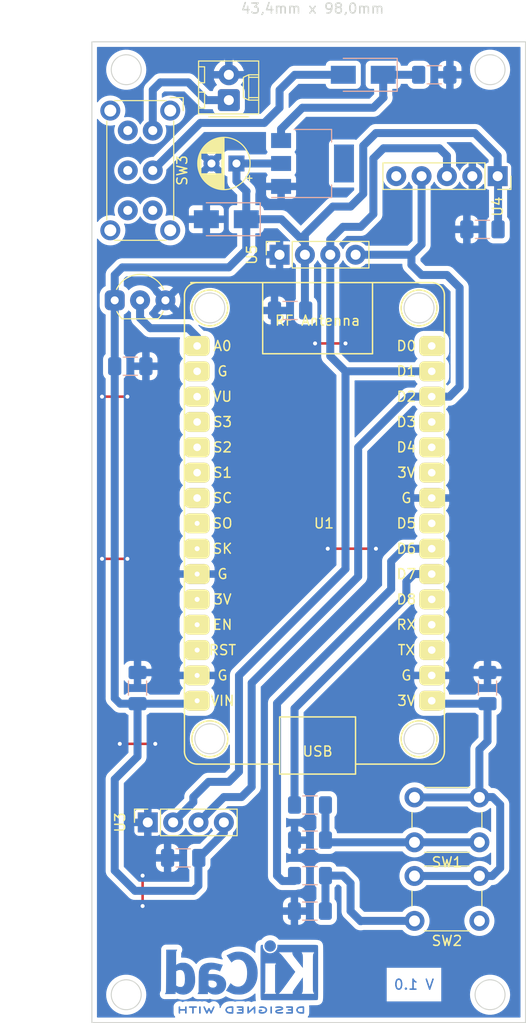
<source format=kicad_pcb>
(kicad_pcb (version 20211014) (generator pcbnew)
  (title_block (title "Sensor Integral para el cuidado de plantas") (date "2022-05-31") (company "Universidad Tecnológica Nacional - Facultad Regional Córdoba") (comment 1 "Manolucos, Enzo Nicolas - Legajo N° 74.868") (comment 2 "Grismeyer, Juan Pablo - Legajo N° 68.703") (comment 3 "Integrantes:") (comment 4 "Cátedra de Proyecto Final "))
  (layers (0 "F.Cu" signal) (31 "B.Cu" signal) (34 "B.Paste" user) (35 "F.Paste" user) (36 "B.SilkS" user "B.Silkscreen") (37 "F.SilkS" user "F.Silkscreen") (38 "B.Mask" user) (39 "F.Mask" user) (44 "Edge.Cuts" user))
  (net 0 "")
  (net 1 "Net-(BT1-Pad1)")
  (net 2 "GND")
  (net 3 "+5V")
  (net 4 "Net-(C5-Pad1)")
  (net 5 "+3V3")
  (net 6 "Net-(D1-Pad2)")
  (net 7 "/IN1")
  (net 8 "Net-(R1-Pad2)")
  (net 9 "/IN2")
  (net 10 "Net-(R2-Pad2)")
  (net 11 "/ADC")
  (net 30 "/SDA")
  (net 31 "/SCL")
  (footprint "Capacitor_THT:CP_Radial_D5.0mm_P2.50mm" (layer "F.Cu") (at 102.616 62.23 180)
    (fp_text reference "C6" hide)
    (fp_text value "10u" hide)
  )
  (footprint "Package_TO_SOT_THT:TO-92_Inline_Wide" (layer "F.Cu") (at 90.424 75.946)
    (fp_text reference "U2" hide)
    (fp_text value "LM35-LP" hide)
  )
  (footprint "Connector_PinSocket_2.54mm:PinSocket_1x04_P2.54mm_Vertical" (layer "F.Cu") (at 93.736 128.27 90)
    (fp_text reference "U3")
    (fp_text value "SHT20")
  )
  (footprint "ESP8266:ESP12F-Devkit-V3" (layer "F.Cu") (at 110.744 99.568)
    (fp_text reference "U1")
    (fp_text value "NodeMCU ESP8266")
  )
  (footprint "Button_Switch_THT:SW_PUSH_6mm_H5mm" (layer "F.Cu") (at 126.948 138.14 180)
    (fp_text reference "SW2")
    (fp_text value "SW_Push")
  )
  (footprint "Button_Switch_THT:SW_PUSH_6mm_H5mm" (layer "F.Cu") (at 126.948 130.266 180)
    (fp_text reference "SW1")
    (fp_text value "SW_Push")
  )
  (footprint "Connector_PinSocket_2.54mm:PinSocket_1x04_P2.54mm_Vertical" (layer "F.Cu") (at 106.934 71.374 90)
    (fp_text reference "U5")
    (fp_text value "Display_OLED")
  )
  (footprint "Connector_PinSocket_2.54mm:PinSocket_1x05_P2.54mm_Vertical" (layer "F.Cu") (at 128.778 63.5 -90)
    (fp_text reference "U4")
    (fp_text value "BH1750")
  )
  (footprint "Connector_Molex:Molex_KK-254_AE-6410-02A_1x02_P2.54mm_Vertical" (layer "F.Cu") (at 101.854 55.88 90)
    (fp_text reference "BT1" hide)
    (fp_text value "Battery_Cell")
  )
  (footprint "Button_Switch_THT:SW_E-Switch_EG2219_DPDT_Angled" (layer "F.Cu") (at 94.234 58.928 -90)
    (fp_text reference "SW3")
    (fp_text value "SW_SPST")
  )
  (footprint "Diode_SMD:D_SMA" (layer "B.Cu") (at 115.316 53.34 180)
    (fp_text reference "D1" hide)
    (fp_text value "US1M" hide)
  )
  (footprint "Diode_SMD:D_SMA" (layer "B.Cu") (at 101.6 67.818 180)
    (fp_text reference "D2" hide)
    (fp_text value "US1M" hide)
  )
  (footprint "Resistor_SMD:R_1206_3216Metric_Pad1.30x1.75mm_HandSolder" (layer "B.Cu") (at 109.982 133.604)
    (fp_text reference "R2" hide)
    (fp_text value "220" hide)
  )
  (footprint "Resistor_SMD:R_1206_3216Metric_Pad1.30x1.75mm_HandSolder" (layer "B.Cu") (at 109.982 130.048 180)
    (fp_text reference "R3" hide)
    (fp_text value "10k" hide)
  )
  (footprint "Package_TO_SOT_SMD:SOT-223" (layer "B.Cu") (at 110.236 62.23)
    (fp_text reference "U6" hide)
    (fp_text value "AZ1117-5.0" hide)
  )
  (footprint "Resistor_SMD:R_1206_3216Metric_Pad1.30x1.75mm_HandSolder" (layer "B.Cu") (at 109.982 126.524)
    (fp_text reference "R1" hide)
    (fp_text value "220" hide)
  )
  (footprint "Capacitor_SMD:C_1206_3216Metric_Pad1.33x1.80mm_HandSolder" (layer "B.Cu") (at 127.254 68.834 180)
    (fp_text reference "C3" hide)
    (fp_text value "100n" hide)
  )
  (footprint "Capacitor_SMD:C_1206_3216Metric_Pad1.33x1.80mm_HandSolder" (layer "B.Cu") (at 107.9885 76.962 180)
    (fp_text reference "C8" hide)
    (fp_text value "100n" hide)
  )
  (footprint "Capacitor_SMD:C_1206_3216Metric_Pad1.33x1.80mm_HandSolder" (layer "B.Cu") (at 91.9865 82.55)
    (fp_text reference "C1" hide)
    (fp_text value "100n" hide)
  )
  (footprint "Capacitor_SMD:C_1206_3216Metric_Pad1.33x1.80mm_HandSolder" (layer "B.Cu") (at 92.71 114.808 90)
    (fp_text reference "C4" hide)
    (fp_text value "100n" hide)
  )
  (footprint "Symbol:KiCad-Logo2_6mm_Copper" (layer "B.Cu") (at 103.131487 143.068848 180)
    (fp_text reference "REF**" hide)
    (fp_text value "KiCad-Logo2_6mm_Copper" hide)
  )
  (footprint "Capacitor_SMD:C_1206_3216Metric_Pad1.33x1.80mm_HandSolder" (layer "B.Cu") (at 127.762 114.808 90)
    (fp_text reference "C7" hide)
    (fp_text value "100n" hide)
  )
  (footprint "Resistor_SMD:R_1206_3216Metric_Pad1.30x1.75mm_HandSolder" (layer "B.Cu") (at 109.972 137.16 180)
    (fp_text reference "R4" hide)
    (fp_text value "10k" hide)
  )
  (footprint "Capacitor_SMD:C_1206_3216Metric_Pad1.33x1.80mm_HandSolder" (layer "B.Cu") (at 122.428 53.34)
    (fp_text reference "C5" hide)
    (fp_text value "100n" hide)
  )
  (footprint "Capacitor_SMD:C_1206_3216Metric_Pad1.33x1.80mm_HandSolder" (layer "B.Cu") (at 97.282 131.826 180)
    (fp_text reference "C2" hide)
    (fp_text value "100n" hide)
  )
  (gr_circle (center 128.016 145.542) (end 129.516 145.542) (layer "Edge.Cuts") (width 0.1) (fill none))
  (gr_circle (center 99.95 76.708) (end 101.45 76.708) (layer "Edge.Cuts") (width 0.1) (fill none))
  (gr_circle (center 91.578176 52.832) (end 93.078176 52.832) (layer "Edge.Cuts") (width 0.1) (fill none))
  (gr_rect (start 88.138 50.038) (end 131.572 148.336) (layer "Edge.Cuts") (width 0.1) (fill none))
  (gr_circle (center 128.016 52.832) (end 129.516 52.832) (layer "Edge.Cuts") (width 0.1) (fill none))
  (gr_circle (center 120.904 76.708) (end 122.404 76.708) (layer "Edge.Cuts") (width 0.1) (fill none))
  (gr_circle (center 91.578176 145.542) (end 93.078176 145.542) (layer "Edge.Cuts") (width 0.1) (fill none))
  (gr_circle (center 120.904 119.888) (end 122.404 119.888) (layer "Edge.Cuts") (width 0.1) (fill none))
  (gr_circle (center 99.95 119.888) (end 101.45 119.888) (layer "Edge.Cuts") (width 0.1) (fill none))
  (gr_text "V 1.0" (at 120.396 144.526) (layer "B.Cu") (effects (font (size 1 1)) (justify mirror)))
  (gr_text "43,4mm x 98,0mm\n\n" (at 110.236 47.498) (layer "Edge.Cuts") (effects (font (size 1 1))))
  (segment (start 99.568 55.88) (end 101.854 55.88) (width 0.8) (layer "B.Cu") (net 1))
  (segment (start 94.234 54.864) (end 94.996 54.102) (width 0.8) (layer "B.Cu") (net 1))
  (segment (start 94.234 58.928) (end 94.234 54.864) (width 0.8) (layer "B.Cu") (net 1))
  (segment (start 97.79 54.102) (end 99.568 55.88) (width 0.8) (layer "B.Cu") (net 1))
  (segment (start 94.996 54.102) (end 97.79 54.102) (width 0.8) (layer "B.Cu") (net 1))
  (segment (start 91.694 101.854) (end 89.154 101.854) (width 0.25) (layer "F.Cu") (net 2))
  (segment (start 111.76 100.838) (end 116.586 100.838) (width 0.25) (layer "F.Cu") (net 2))
  (segment (start 110.49 80.264) (end 113.538 80.264) (width 0.25) (layer "F.Cu") (net 2))
  (segment (start 93.218 133.604) (end 93.218 136.652) (width 0.25) (layer "F.Cu") (net 2))
  (segment (start 91.694 85.598) (end 89.154 85.598) (width 0.25) (layer "F.Cu") (net 2))
  (segment (start 94.488 120.396) (end 90.932 120.396) (width 0.25) (layer "F.Cu") (net 2))
  (via (at 89.154 85.598) (size 0.8) (drill 0.4) (layers "F.Cu" "B.Cu") (net 2))
  (via (at 93.218 133.604) (size 0.8) (drill 0.4) (layers "F.Cu" "B.Cu") (net 2))
  (via (at 89.154 101.854) (size 0.8) (drill 0.4) (layers "F.Cu" "B.Cu") (net 2))
  (via (at 116.586 100.838) (size 0.8) (drill 0.4) (layers "F.Cu" "B.Cu") (net 2))
  (via (at 110.49 80.264) (size 0.8) (drill 0.4) (layers "F.Cu" "B.Cu") (net 2))
  (via (at 94.488 120.396) (size 0.8) (drill 0.4) (layers "F.Cu" "B.Cu") (net 2))
  (via (at 90.932 120.396) (size 0.8) (drill 0.4) (layers "F.Cu" "B.Cu") (net 2))
  (via (at 91.694 85.598) (size 0.8) (drill 0.4) (layers "F.Cu" "B.Cu") (net 2))
  (via (at 111.76 100.838) (size 0.8) (drill 0.4) (layers "F.Cu" "B.Cu") (net 2))
  (via (at 93.218 136.652) (size 0.8) (drill 0.4) (layers "F.Cu" "B.Cu") (net 2))
  (via (at 91.694 101.854) (size 0.8) (drill 0.4) (layers "F.Cu" "B.Cu") (net 2))
  (via (at 113.538 80.264) (size 0.8) (drill 0.4) (layers "F.Cu" "B.Cu") (net 2))
  (segment (start 98.3865 113.2455) (end 98.679 113.538) (width 0.8) (layer "B.Cu") (net 2))
  (segment (start 98.474 113.333) (end 98.679 113.538) (width 0.25) (layer "B.Cu") (net 2))
  (segment (start 98.474 116.283) (end 98.679 116.078) (width 0.25) (layer "B.Cu") (net 3))
  (segment (start 90.424 115.824) (end 90.9705 116.3705) (width 0.8) (layer "B.Cu") (net 3))
  (segment (start 92.71 121.666) (end 90.424 123.952) (width 0.8) (layer "B.Cu") (net 3))
  (segment (start 91.186 72.644) (end 101.854 72.644) (width 0.8) (layer "B.Cu") (net 3))
  (segment (start 102.616 64.008) (end 103.632 65.024) (width 0.8) (layer "B.Cu") (net 3))
  (segment (start 109.474 76.885) (end 109.551 76.962) (width 0.8) (layer "B.Cu") (net 3))
  (segment (start 102.616 62.23) (end 107.086 62.23) (width 0.8) (layer "B.Cu") (net 3))
  (segment (start 90.9705 116.3705) (end 92.71 116.3705) (width 0.8) (layer "B.Cu") (net 3))
  (segment (start 103.6 70.834) (end 103.6 67.818) (width 0.8) (layer "B.Cu") (net 3))
  (segment (start 103.6 65.056) (end 103.6 67.818) (width 0.8) (layer "B.Cu") (net 3))
  (segment (start 109.474 70.171919) (end 109.474 71.374) (width 0.8) (layer "B.Cu") (net 3))
  (segment (start 90.424 82.55) (end 90.424 115.824) (width 0.8) (layer "B.Cu") (net 3))
  (segment (start 98.806 134.62) (end 98.806 131.8645) (width 0.8) (layer "B.Cu") (net 3))
  (segment (start 92.71 116.3705) (end 98.3865 116.3705) (width 0.8) (layer "B.Cu") (net 3))
  (segment (start 112.268 66.548) (end 109.474 69.342) (width 0.8) (layer "B.Cu") (net 3))
  (segment (start 90.424 133.096) (end 92.456 135.128) (width 0.8) (layer "B.Cu") (net 3))
  (segment (start 101.356 129.3145) (end 98.8445 131.826) (width 0.8) (layer "B.Cu") (net 3))
  (segment (start 90.424 123.952) (end 90.424 133.096) (width 0.8) (layer "B.Cu") (net 3))
  (segment (start 114.046 66.548) (end 112.268 66.548) (width 0.8) (layer "B.Cu") (net 3))
  (segment (start 107.120081 67.818) (end 109.474 70.171919) (width 0.8) (layer "B.Cu") (net 3))
  (segment (start 92.71 116.3705) (end 92.71 121.666) (width 0.8) (layer "B.Cu") (net 3))
  (segment (start 115.316 60.452) (end 115.316 65.278) (width 0.8) (layer "B.Cu") (net 3))
  (segment (start 128.778 63.5) (end 128.778 61.468) (width 0.8) (layer "B.Cu") (net 3))
  (segment (start 102.616 62.23) (end 102.616 64.008) (width 0.8) (layer "B.Cu") (net 3))
  (segment (start 90.424 73.406) (end 91.186 72.644) (width 0.8) (layer "B.Cu") (net 3))
  (segment (start 109.474 71.374) (end 109.474 76.885) (width 0.8) (layer "B.Cu") (net 3))
  (segment (start 103.6 67.818) (end 107.120081 67.818) (width 0.8) (layer "B.Cu") (net 3))
  (segment (start 126.492 59.182) (end 116.586 59.182) (width 0.8) (layer "B.Cu") (net 3))
  (segment (start 109.474 69.342) (end 109.474 71.374) (width 0.8) (layer "B.Cu") (net 3))
  (segment (start 101.356 128.27) (end 101.356 129.3145) (width 0.8) (layer "B.Cu") (net 3))
  (segment (start 90.424 75.946) (end 90.424 82.55) (width 0.8) (layer "B.Cu") (net 3))
  (segment (start 115.316 65.278) (end 114.046 66.548) (width 0.8) (layer "B.Cu") (net 3))
  (segment (start 90.424 75.946) (end 90.424 73.406) (width 0.8) (layer "B.Cu") (net 3))
  (segment (start 98.298 135.128) (end 98.806 134.62) (width 0.8) (layer "B.Cu") (net 3))
  (segment (start 116.586 59.182) (end 115.316 60.452) (width 0.8) (layer "B.Cu") (net 3))
  (segment (start 103.632 70.866) (end 103.6 70.834) (width 0.8) (layer "B.Cu") (net 3))
  (segment (start 98.3865 116.3705) (end 98.679 116.078) (width 0.8) (layer "B.Cu") (net 3))
  (segment (start 103.632 65.024) (end 103.6 65.056) (width 0.8) (layer "B.Cu") (net 3))
  (segment (start 128.778 61.468) (end 126.492 59.182) (width 0.8) (layer "B.Cu") (net 3))
  (segment (start 92.456 135.128) (end 98.298 135.128) (width 0.8) (layer "B.Cu") (net 3))
  (segment (start 128.8165 68.834) (end 128.8165 63.5385) (width 0.8) (layer "B.Cu") (net 3))
  (segment (start 101.854 72.644) (end 103.632 70.866) (width 0.8) (layer "B.Cu") (net 3))
  (segment (start 117.316 53.34) (end 120.8655 53.34) (width 0.8) (layer "B.Cu") (net 4))
  (segment (start 116.332 56.642) (end 117.348 55.626) (width 0.8) (layer "B.Cu") (net 4))
  (segment (start 117.316 55.594) (end 117.316 53.34) (width 0.8) (layer "B.Cu") (net 4))
  (segment (start 107.086 59.93) (end 107.086 58.776) (width 0.8) (layer "B.Cu") (net 4))
  (segment (start 117.348 55.626) (end 117.316 55.594) (width 0.8) (layer "B.Cu") (net 4))
  (segment (start 109.22 56.642) (end 116.332 56.642) (width 0.8) (layer "B.Cu") (net 4))
  (segment (start 107.086 58.776) (end 109.22 56.642) (width 0.8) (layer "B.Cu") (net 4))
  (segment (start 127.762 120.142) (end 126.948 120.956) (width 0.8) (layer "B.Cu") (net 5))
  (segment (start 128.27 125.73) (end 126.984 125.73) (width 0.8) (layer "B.Cu") (net 5))
  (segment (start 122.4665 116.3705) (end 122.174 116.078) (width 0.8) (layer "B.Cu") (net 5))
  (segment (start 120.448 133.64) (end 126.948 133.64) (width 0.8) (layer "B.Cu") (net 5))
  (segment (start 120.448 125.766) (end 126.948 125.766) (width 0.8) (layer "B.Cu") (net 5))
  (segment (start 126.984 125.73) (end 126.948 125.766) (width 0.8) (layer "B.Cu") (net 5))
  (segment (start 126.948 133.64) (end 128.234 133.64) (width 0.8) (layer "B.Cu") (net 5))
  (segment (start 129.032 126.492) (end 128.27 125.73) (width 0.8) (layer "B.Cu") (net 5))
  (segment (start 127.762 116.3705) (end 127.762 120.142) (width 0.8) (layer "B.Cu") (net 5))
  (segment (start 127.762 116.3705) (end 122.4665 116.3705) (width 0.8) (layer "B.Cu") (net 5))
  (segment (start 129.032 132.842) (end 129.032 126.492) (width 0.8) (layer "B.Cu") (net 5))
  (segment (start 126.948 120.956) (end 126.948 125.766) (width 0.8) (layer "B.Cu") (net 5))
  (segment (start 128.234 133.64) (end 129.032 132.842) (width 0.8) (layer "B.Cu") (net 5))
  (segment (start 98.996 58.166) (end 105.41 58.166) (width 0.8) (layer "B.Cu") (net 6))
  (segment (start 108.458 53.34) (end 113.316 53.34) (width 0.8) (layer "B.Cu") (net 6))
  (segment (start 105.41 58.166) (end 106.934 56.642) (width 0.8) (layer "B.Cu") (net 6))
  (segment (start 106.934 56.642) (end 106.934 54.864) (width 0.8) (layer "B.Cu") (net 6))
  (segment (start 94.234 62.928) (end 98.996 58.166) (width 0.8) (layer "B.Cu") (net 6))
  (segment (start 106.934 54.864) (end 108.458 53.34) (width 0.8) (layer "B.Cu") (net 6))
  (segment (start 120.396 103.378) (end 122.174 103.378) (width 0.8) (layer "B.Cu") (net 7))
  (segment (start 119.634 105.653044) (end 119.634 104.14) (width 0.8) (layer "B.Cu") (net 7))
  (segment (start 108.432 116.855044) (end 119.634 105.653044) (width 0.8) (layer "B.Cu") (net 7))
  (segment (start 108.432 126.524) (end 108.432 116.855044) (width 0.8) (layer "B.Cu") (net 7))
  (segment (start 119.634 104.14) (end 120.396 103.378) (width 0.8) (layer "B.Cu") (net 7))
  (segment (start 111.75 130.266) (end 120.448 130.266) (width 0.8) (layer "B.Cu") (net 8))
  (segment (start 120.448 130.266) (end 126.948 130.266) (width 0.8) (layer "B.Cu") (net 8))
  (segment (start 111.532 126.524) (end 111.532 129.54) (width 0.8) (layer "B.Cu") (net 8))
  (segment (start 111.532 130.048) (end 111.75 130.266) (width 0.8) (layer "B.Cu") (net 8))
  (segment (start 107.22 134.144) (end 108.432 134.144) (width 0.8) (layer "B.Cu") (net 9))
  (segment (start 106.68 133.604) (end 107.22 134.144) (width 0.8) (layer "B.Cu") (net 9))
  (segment (start 119.38 100.838) (end 118.11 102.108) (width 0.8) (layer "B.Cu") (net 9))
  (segment (start 106.68 116.332) (end 106.68 133.604) (width 0.8) (layer "B.Cu") (net 9))
  (segment (start 118.11 102.108) (end 118.11 104.902) (width 0.8) (layer "B.Cu") (net 9))
  (segment (start 122.174 100.838) (end 119.38 100.838) (width 0.8) (layer "B.Cu") (net 9))
  (segment (start 118.11 104.902) (end 106.68 116.332) (width 0.8) (layer "B.Cu") (net 9))
  (segment (start 111.532 134.144) (end 111.532 137.15) (width 0.8) (layer "B.Cu") (net 10))
  (segment (start 111.532 133.604) (end 113.284 133.604) (width 0.8) (layer "B.Cu") (net 10))
  (segment (start 115.062 138.176) (end 115.098 138.14) (width 0.8) (layer "B.Cu") (net 10))
  (segment (start 114.046 137.16) (end 115.062 138.176) (width 0.8) (layer "B.Cu") (net 10))
  (segment (start 113.284 133.604) (end 114.046 134.366) (width 0.8) (layer "B.Cu") (net 10))
  (segment (start 114.046 134.366) (end 114.046 137.16) (width 0.8) (layer "B.Cu") (net 10))
  (segment (start 115.098 138.14) (end 120.448 138.14) (width 0.8) (layer "B.Cu") (net 10))
  (segment (start 93.98 78.74) (end 97.79 78.74) (width 0.8) (layer "B.Cu") (net 11))
  (segment (start 92.964 77.724) (end 93.98 78.74) (width 0.8) (layer "B.Cu") (net 11))
  (segment (start 98.679 79.629) (end 98.679 80.518) (width 0.8) (layer "B.Cu") (net 11))
  (segment (start 97.79 78.74) (end 98.679 79.629) (width 0.8) (layer "B.Cu") (net 11))
  (segment (start 92.964 75.946) (end 92.964 77.724) (width 0.8) (layer "B.Cu") (net 11))
  (segment (start 121.158 73.406) (end 120.142 72.39) (width 0.8) (layer "B.Cu") (net 30))
  (segment (start 119.888 85.598) (end 122.174 85.598) (width 0.8) (layer "B.Cu") (net 30))
  (segment (start 123.952 85.598) (end 124.968 84.582) (width 0.8) (layer "B.Cu") (net 30))
  (segment (start 124.968 74.676) (end 123.698 73.406) (width 0.8) (layer "B.Cu") (net 30))
  (segment (start 121.158 70.358) (end 120.142 71.374) (width 0.8) (layer "B.Cu") (net 30))
  (segment (start 121.158 63.5) (end 121.158 70.358) (width 0.8) (layer "B.Cu") (net 30))
  (segment (start 123.698 73.406) (end 121.158 73.406) (width 0.8) (layer "B.Cu") (net 30))
  (segment (start 98.816 128.27) (end 101.356 125.73) (width 0.8) (layer "B.Cu") (net 30))
  (segment (start 101.356 125.73) (end 103.124 125.73) (width 0.8) (layer "B.Cu") (net 30))
  (segment (start 122.174 85.598) (end 123.952 85.598) (width 0.8) (layer "B.Cu") (net 30))
  (segment (start 103.124 125.73) (end 104.14 124.714) (width 0.8) (layer "B.Cu") (net 30))
  (segment (start 120.142 72.39) (end 120.142 71.374) (width 0.8) (layer "B.Cu") (net 30))
  (segment (start 104.14 114.3) (end 114.808 103.632) (width 0.8) (layer "B.Cu") (net 30))
  (segment (start 104.14 124.714) (end 104.14 114.3) (width 0.8) (layer "B.Cu") (net 30))
  (segment (start 114.808 103.632) (end 114.808 90.678) (width 0.8) (layer "B.Cu") (net 30))
  (segment (start 114.808 90.678) (end 119.888 85.598) (width 0.8) (layer "B.Cu") (net 30))
  (segment (start 124.968 84.582) (end 124.968 74.676) (width 0.8) (layer "B.Cu") (net 30))
  (segment (start 120.142 71.374) (end 114.554 71.374) (width 0.8) (layer "B.Cu") (net 30))
  (segment (start 115.062 68.58) (end 116.332 67.31) (width 0.8) (layer "B.Cu") (net 31))
  (segment (start 98.298 125.73) (end 99.822 124.206) (width 0.8) (layer "B.Cu") (net 31))
  (segment (start 123.698 61.468) (end 123.698 63.5) (width 0.8) (layer "B.Cu") (net 31))
  (segment (start 116.332 67.31) (end 116.332 61.722) (width 0.8) (layer "B.Cu") (net 31))
  (segment (start 117.348 60.706) (end 122.936 60.706) (width 0.8) (layer "B.Cu") (net 31))
  (segment (start 113.284 68.58) (end 115.062 68.58) (width 0.8) (layer "B.Cu") (net 31))
  (segment (start 99.822 124.206) (end 101.854 124.206) (width 0.8) (layer "B.Cu") (net 31))
  (segment (start 122.936 60.706) (end 123.698 61.468) (width 0.8) (layer "B.Cu") (net 31))
  (segment (start 112.014 81.534) (end 113.538 83.058) (width 0.8) (layer "B.Cu") (net 31))
  (segment (start 112.014 71.374) (end 112.014 81.534) (width 0.8) (layer "B.Cu") (net 31))
  (segment (start 102.87 113.538) (end 113.538 102.87) (width 0.8) (layer "B.Cu") (net 31))
  (segment (start 101.854 124.206) (end 102.87 123.19) (width 0.8) (layer "B.Cu") (net 31))
  (segment (start 98.298 126.248) (end 98.298 125.73) (width 0.8) (layer "B.Cu") (net 31))
  (segment (start 96.276 128.27) (end 98.298 126.248) (width 0.8) (layer "B.Cu") (net 31))
  (segment (start 113.538 102.87) (end 113.538 83.058) (width 0.8) (layer "B.Cu") (net 31))
  (segment (start 112.014 71.374) (end 112.014 69.85) (width 0.8) (layer "B.Cu") (net 31))
  (segment (start 102.87 123.19) (end 102.87 113.538) (width 0.8) (layer "B.Cu") (net 31))
  (segment (start 113.538 83.058) (end 122.174 83.058) (width 0.8) (layer "B.Cu") (net 31))
  (segment (start 112.014 69.85) (end 113.284 68.58) (width 0.8) (layer "B.Cu") (net 31))
  (segment (start 116.332 61.722) (end 117.348 60.706) (width 0.8) (layer "B.Cu") (net 31))
  (zone (net 2) (net_name "GND") (layer "B.Cu") (connect_pads (clearance 0.508)) (min_thickness 0.1) (fill yes (thermal_gap 0.5) (thermal_bridge_width 0.75) (island_removal_mode 2) (island_area_min 10))
    (polygon (pts (xy 131.318 148.082) (xy 88.392 148.082) (xy 88.392 50.292) (xy 131.318 50.292)))
  )
)
</source>
